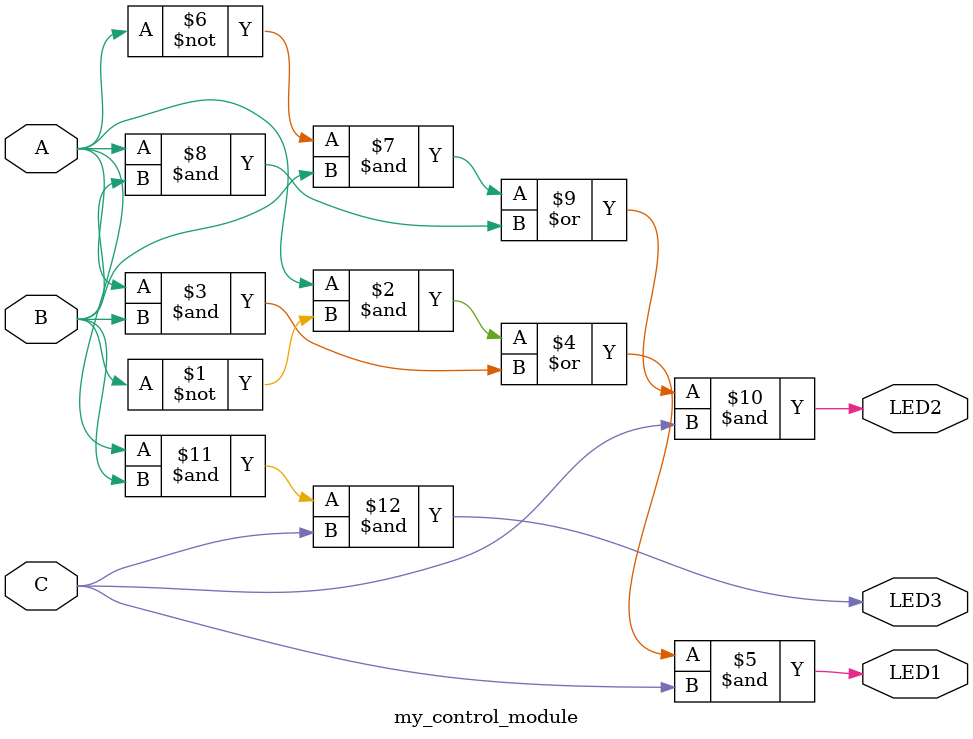
<source format=v>
`timescale 1ns / 1ps


module my_control_module(
    input A,
    input B,
    input C,
    output LED1,
    output LED2,
    output LED3
    
    );
    
    assign LED1 = (((A & ~B) | (A & B)) & C);
    assign LED2 = (((~A & B) | (A & B)) & C);
    assign LED3 = ((A & B) & C);
    
endmodule

</source>
